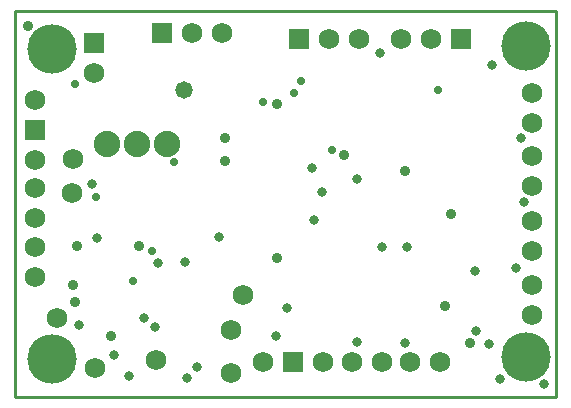
<source format=gbs>
G04 Layer_Color=16711935*
%FSLAX23Y23*%
%MOIN*%
G70*
G01*
G75*
%ADD29C,0.010*%
%ADD37C,0.028*%
%ADD61R,0.068X0.068*%
%ADD62C,0.068*%
%ADD63R,0.068X0.068*%
%ADD64C,0.088*%
%ADD65C,0.032*%
%ADD66C,0.036*%
%ADD67C,0.058*%
%ADD68C,0.165*%
D29*
X3698Y7052D02*
X5501D01*
X3698Y5766D02*
Y7052D01*
Y5766D02*
X5501D01*
Y7052D01*
D37*
X4627Y6778D02*
D03*
X4651Y6819D02*
D03*
X3968Y6431D02*
D03*
X4753Y6587D02*
D03*
X4226Y6547D02*
D03*
X3899Y6808D02*
D03*
X4523Y6749D02*
D03*
X4153Y6253D02*
D03*
X5106Y6787D02*
D03*
X4091Y6153D02*
D03*
D61*
X3763Y6656D02*
D03*
X3962Y6946D02*
D03*
D62*
X3763Y6756D02*
D03*
Y6556D02*
D03*
Y6361D02*
D03*
Y6461D02*
D03*
Y6266D02*
D03*
Y6166D02*
D03*
X4288Y6979D02*
D03*
X4388D02*
D03*
X3836Y6027D02*
D03*
X3965Y5863D02*
D03*
X4525Y5881D02*
D03*
X4725D02*
D03*
X4920D02*
D03*
X4820D02*
D03*
X5015D02*
D03*
X5115D02*
D03*
X4418Y5845D02*
D03*
X4168Y5887D02*
D03*
X3962Y6846D02*
D03*
X5420Y6778D02*
D03*
Y6678D02*
D03*
Y6251D02*
D03*
Y6351D02*
D03*
Y6467D02*
D03*
Y6567D02*
D03*
Y6140D02*
D03*
Y6040D02*
D03*
X4459Y6106D02*
D03*
X4419Y5990D02*
D03*
X3889Y6444D02*
D03*
X3891Y6558D02*
D03*
X4844Y6958D02*
D03*
X4744D02*
D03*
X4983D02*
D03*
X5083D02*
D03*
D63*
X4188Y6979D02*
D03*
X4625Y5881D02*
D03*
X4644Y6958D02*
D03*
X5183D02*
D03*
D64*
X4205Y6610D02*
D03*
X4105D02*
D03*
X4005D02*
D03*
D65*
X5234Y5986D02*
D03*
X5276Y5942D02*
D03*
X5314Y5825D02*
D03*
X4078Y5834D02*
D03*
X4568Y5969D02*
D03*
X4028Y5904D02*
D03*
X3970Y6294D02*
D03*
X5385Y6628D02*
D03*
X4686Y6527D02*
D03*
X3953Y6475D02*
D03*
X5460Y5807D02*
D03*
X5003Y6264D02*
D03*
X5230Y6186D02*
D03*
X4264Y6214D02*
D03*
X4127Y6028D02*
D03*
X4836Y5949D02*
D03*
X5393Y6414D02*
D03*
X5369Y6196D02*
D03*
X4915Y6913D02*
D03*
X5288Y6873D02*
D03*
X4996Y5946D02*
D03*
X4377Y6297D02*
D03*
X4174Y6213D02*
D03*
X3911Y6005D02*
D03*
X4721Y6449D02*
D03*
X4604Y6061D02*
D03*
X4165Y5999D02*
D03*
X4836Y6493D02*
D03*
X4305Y5865D02*
D03*
X4272Y5830D02*
D03*
X4922Y6264D02*
D03*
X4693Y6355D02*
D03*
D66*
X5213Y5945D02*
D03*
X3741Y7002D02*
D03*
X4396Y6628D02*
D03*
X4397Y6551D02*
D03*
X4793Y6573D02*
D03*
X4572Y6741D02*
D03*
X3891Y6138D02*
D03*
X4570Y6230D02*
D03*
X4997Y6517D02*
D03*
X5150Y6376D02*
D03*
X5132Y6070D02*
D03*
X3899Y6081D02*
D03*
X4110Y6268D02*
D03*
X3903Y6269D02*
D03*
X4019Y5968D02*
D03*
D67*
X4261Y6788D02*
D03*
D68*
X3822Y6924D02*
D03*
X5400Y6936D02*
D03*
X3821Y5893D02*
D03*
X5400Y5899D02*
D03*
M02*

</source>
